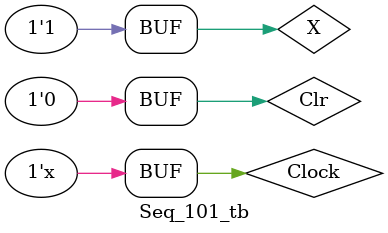
<source format=v>
`timescale 1ns/1ns

module Seq_101(Out, X, Clock, Clr);
	output reg Out;
	input X, Clock, Clr;
	reg [1:0]Next_State, State=2'b00;

always@(X, State)
begin
	case(State)
	00: begin
		if(X) begin
			Next_State <= 2'b01;
			Out <= 1'b0;
		end
		else begin 
			Next_State <= 2'b00;
			Out <= 1'b0;
		end
	end
	01: begin
		if(X) begin
			Next_State <= 2'b01;
			Out <= 1'b0;
		end
		else begin 
			Next_State <= 2'b10;
			Out <= 1'b0;
		end
	end
	10: begin
		if(X) begin
			Next_State <= 2'b01;
			Out <= 1'b1;
		end
		else begin 
			Next_State <= 2'b00;
			Out <= 1'b0;
		end
	
	end
	default: begin
		Next_State <= 2'b00;
		Out <= 1'b0;
	end
	endcase

end

always@(posedge Clock)
begin
	if(Clr) 
		State <= 2'b00;
	else 
		State <= Next_State;
end	
	

endmodule


module Seq_101_tb();

	wire Out;
	wire [1:0]State;
	reg X, Clock, Clr;


Seq_101 s0(Out, X, State, Clock, Clr);

initial begin
Clr = 1'b0;
Clock = 1'b0;
Clr = #10 1'b1;
Clr = #20 1'b0;
end

always #5 Clock = ~Clock;

initial begin	
	X = #30 1'b0;
	X = #60 1'b1;
	X = #80 1'b0;
	X = #90 1'b1;
	X = #110 1'b0;
	X = #130 1'b1;

end

endmodule
</source>
